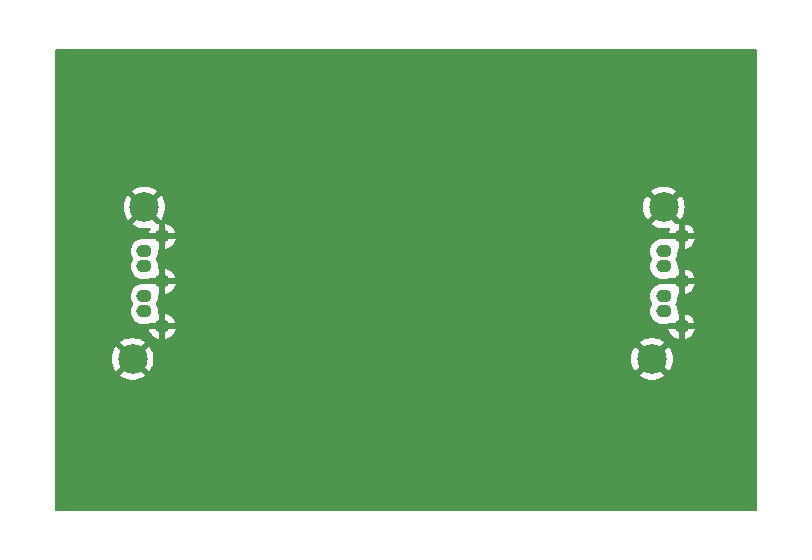
<source format=gbr>
%TF.GenerationSoftware,KiCad,Pcbnew,7.0.7-7.0.7~ubuntu23.04.1*%
%TF.CreationDate,2023-09-11T00:30:10+00:00*%
%TF.ProjectId,BP02,42503032-2e6b-4696-9361-645f70636258,rev?*%
%TF.SameCoordinates,Original*%
%TF.FileFunction,Copper,L1,Top*%
%TF.FilePolarity,Positive*%
%FSLAX46Y46*%
G04 Gerber Fmt 4.6, Leading zero omitted, Abs format (unit mm)*
G04 Created by KiCad (PCBNEW 7.0.7-7.0.7~ubuntu23.04.1) date 2023-09-11 00:30:10*
%MOMM*%
%LPD*%
G01*
G04 APERTURE LIST*
%TA.AperFunction,ComponentPad*%
%ADD10C,6.000000*%
%TD*%
%TA.AperFunction,ComponentPad*%
%ADD11O,1.300000X1.100000*%
%TD*%
%TA.AperFunction,ComponentPad*%
%ADD12C,2.500000*%
%TD*%
G04 APERTURE END LIST*
D10*
%TO.P,M1,1*%
%TO.N,GND*%
X129154000Y-77394000D03*
%TD*%
%TO.P,M3,1*%
%TO.N,GND*%
X179954000Y-107874000D03*
%TD*%
D11*
%TO.P,J1,1,1*%
%TO.N,GND*%
X133923000Y-88924000D03*
%TO.P,J1,2,2*%
%TO.N,3rd_order_in_P*%
X132423000Y-90194000D03*
%TO.P,J1,3,3*%
%TO.N,3rd_order_in_N*%
X132423000Y-91464000D03*
%TO.P,J1,4,4*%
%TO.N,GND*%
X133923000Y-92734000D03*
%TO.P,J1,5,5*%
%TO.N,2rd_order_in_P*%
X132423000Y-94004000D03*
%TO.P,J1,6,6*%
%TO.N,2rd_order_in_N*%
X132423000Y-95274000D03*
%TO.P,J1,7,7*%
%TO.N,GND*%
X133923000Y-96544000D03*
D12*
%TO.P,J1,8,4*%
X131423000Y-99294000D03*
%TO.P,J1,9,7*%
X132423000Y-86464000D03*
%TD*%
D11*
%TO.P,J2,1,1*%
%TO.N,GND*%
X177898000Y-88924000D03*
%TO.P,J2,2,2*%
%TO.N,3rd_order_out_P*%
X176398000Y-90194000D03*
%TO.P,J2,3,3*%
%TO.N,3rd_order_out_N*%
X176398000Y-91464000D03*
%TO.P,J2,4,4*%
%TO.N,GND*%
X177898000Y-92734000D03*
%TO.P,J2,5,5*%
%TO.N,2rd_order_out_P*%
X176398000Y-94004000D03*
%TO.P,J2,6,6*%
%TO.N,2rd_order_out_N*%
X176398000Y-95274000D03*
%TO.P,J2,7,7*%
%TO.N,GND*%
X177898000Y-96544000D03*
D12*
%TO.P,J2,8,4*%
X175398000Y-99294000D03*
%TO.P,J2,9,7*%
X176398000Y-86464000D03*
%TD*%
D10*
%TO.P,M4,1*%
%TO.N,GND*%
X129154000Y-107874000D03*
%TD*%
%TO.P,M2,1*%
%TO.N,GND*%
X179954000Y-77394000D03*
%TD*%
%TA.AperFunction,Conductor*%
%TO.N,GND*%
G36*
X184221621Y-73088502D02*
G01*
X184268114Y-73142158D01*
X184279500Y-73194500D01*
X184279500Y-112073500D01*
X184259498Y-112141621D01*
X184205842Y-112188114D01*
X184153500Y-112199500D01*
X124954500Y-112199500D01*
X124886379Y-112179498D01*
X124839886Y-112125842D01*
X124828500Y-112073500D01*
X124828500Y-99294000D01*
X129660070Y-99294000D01*
X129679760Y-99556754D01*
X129738392Y-99813634D01*
X129738393Y-99813636D01*
X129834651Y-100058900D01*
X129834653Y-100058904D01*
X129966397Y-100287092D01*
X129966400Y-100287097D01*
X130012670Y-100345117D01*
X130012671Y-100345117D01*
X130681440Y-99676347D01*
X130743753Y-99642322D01*
X130814568Y-99647386D01*
X130864849Y-99681889D01*
X130972102Y-99802954D01*
X130972106Y-99802958D01*
X131025847Y-99840053D01*
X131070546Y-99895211D01*
X131078329Y-99965780D01*
X131046724Y-100029354D01*
X131043365Y-100032843D01*
X130371437Y-100704770D01*
X130541532Y-100820739D01*
X130541532Y-100820740D01*
X130778923Y-100935062D01*
X131030704Y-101012728D01*
X131030712Y-101012729D01*
X131291260Y-101052000D01*
X131554740Y-101052000D01*
X131815287Y-101012729D01*
X131815295Y-101012728D01*
X132067076Y-100935062D01*
X132304467Y-100820740D01*
X132474560Y-100704770D01*
X131802633Y-100032844D01*
X131768608Y-99970531D01*
X131773672Y-99899716D01*
X131816219Y-99842880D01*
X131820121Y-99840073D01*
X131873896Y-99802956D01*
X131981152Y-99681887D01*
X132041292Y-99644164D01*
X132112284Y-99644943D01*
X132164558Y-99676347D01*
X132833327Y-100345117D01*
X132879603Y-100287090D01*
X133011346Y-100058904D01*
X133011348Y-100058900D01*
X133107606Y-99813636D01*
X133107607Y-99813634D01*
X133166239Y-99556754D01*
X133185929Y-99294000D01*
X133185929Y-99293999D01*
X173635070Y-99293999D01*
X173654760Y-99556754D01*
X173713392Y-99813634D01*
X173713393Y-99813636D01*
X173809651Y-100058900D01*
X173809653Y-100058904D01*
X173941397Y-100287092D01*
X173941400Y-100287097D01*
X173987670Y-100345117D01*
X173987671Y-100345117D01*
X174656440Y-99676347D01*
X174718753Y-99642322D01*
X174789568Y-99647386D01*
X174839849Y-99681889D01*
X174947102Y-99802954D01*
X174947106Y-99802958D01*
X175000847Y-99840053D01*
X175045546Y-99895211D01*
X175053329Y-99965780D01*
X175021724Y-100029354D01*
X175018365Y-100032843D01*
X174346437Y-100704770D01*
X174516532Y-100820739D01*
X174516532Y-100820740D01*
X174753923Y-100935062D01*
X175005704Y-101012728D01*
X175005712Y-101012729D01*
X175266260Y-101052000D01*
X175529740Y-101052000D01*
X175790287Y-101012729D01*
X175790295Y-101012728D01*
X176042076Y-100935062D01*
X176279467Y-100820740D01*
X176449560Y-100704770D01*
X175777633Y-100032844D01*
X175743608Y-99970531D01*
X175748672Y-99899716D01*
X175791219Y-99842880D01*
X175795121Y-99840073D01*
X175848896Y-99802956D01*
X175956152Y-99681887D01*
X176016292Y-99644164D01*
X176087284Y-99644943D01*
X176139558Y-99676347D01*
X176808327Y-100345117D01*
X176854603Y-100287090D01*
X176986346Y-100058904D01*
X176986348Y-100058900D01*
X177082606Y-99813636D01*
X177082607Y-99813634D01*
X177141239Y-99556754D01*
X177160929Y-99293999D01*
X177141239Y-99031245D01*
X177082607Y-98774365D01*
X177082606Y-98774363D01*
X176986348Y-98529099D01*
X176986346Y-98529095D01*
X176854605Y-98300913D01*
X176854600Y-98300905D01*
X176808328Y-98242881D01*
X176808326Y-98242881D01*
X176139557Y-98911651D01*
X176077245Y-98945677D01*
X176006430Y-98940612D01*
X175956149Y-98906109D01*
X175848897Y-98785045D01*
X175848895Y-98785043D01*
X175795151Y-98747947D01*
X175750451Y-98692789D01*
X175742668Y-98622221D01*
X175774272Y-98558646D01*
X175777632Y-98555155D01*
X176449560Y-97883228D01*
X176279467Y-97767259D01*
X176042076Y-97652937D01*
X175790295Y-97575271D01*
X175790287Y-97575270D01*
X175529740Y-97536000D01*
X175266260Y-97536000D01*
X175005712Y-97575270D01*
X175005704Y-97575271D01*
X174753923Y-97652937D01*
X174516532Y-97767259D01*
X174516525Y-97767263D01*
X174346438Y-97883227D01*
X174346438Y-97883228D01*
X175018366Y-98555155D01*
X175052391Y-98617468D01*
X175047327Y-98688283D01*
X175004780Y-98745119D01*
X175000848Y-98747946D01*
X174947106Y-98785041D01*
X174947102Y-98785045D01*
X174839850Y-98906110D01*
X174779706Y-98943836D01*
X174708714Y-98943056D01*
X174656441Y-98911652D01*
X173987670Y-98242881D01*
X173941400Y-98300904D01*
X173941397Y-98300907D01*
X173809653Y-98529095D01*
X173809651Y-98529099D01*
X173713393Y-98774363D01*
X173713392Y-98774365D01*
X173654760Y-99031245D01*
X173635070Y-99293999D01*
X133185929Y-99293999D01*
X133166239Y-99031245D01*
X133107607Y-98774365D01*
X133107606Y-98774363D01*
X133011348Y-98529099D01*
X133011346Y-98529095D01*
X132879605Y-98300913D01*
X132879600Y-98300905D01*
X132833328Y-98242881D01*
X132833326Y-98242881D01*
X132164557Y-98911651D01*
X132102245Y-98945677D01*
X132031430Y-98940612D01*
X131981149Y-98906109D01*
X131873897Y-98785045D01*
X131873895Y-98785043D01*
X131820151Y-98747947D01*
X131775451Y-98692789D01*
X131767668Y-98622221D01*
X131799272Y-98558646D01*
X131802632Y-98555155D01*
X132474560Y-97883228D01*
X132304467Y-97767259D01*
X132067076Y-97652937D01*
X131815295Y-97575271D01*
X131815287Y-97575270D01*
X131554740Y-97536000D01*
X131291260Y-97536000D01*
X131030712Y-97575270D01*
X131030704Y-97575271D01*
X130778923Y-97652937D01*
X130541532Y-97767259D01*
X130541525Y-97767263D01*
X130371438Y-97883227D01*
X130371438Y-97883228D01*
X131043366Y-98555155D01*
X131077391Y-98617468D01*
X131072327Y-98688283D01*
X131029780Y-98745119D01*
X131025848Y-98747946D01*
X130972106Y-98785041D01*
X130972102Y-98785045D01*
X130864850Y-98906110D01*
X130804706Y-98943836D01*
X130733714Y-98943056D01*
X130681441Y-98911652D01*
X130012670Y-98242881D01*
X129966400Y-98300904D01*
X129966397Y-98300907D01*
X129834653Y-98529095D01*
X129834651Y-98529099D01*
X129738393Y-98774363D01*
X129738392Y-98774365D01*
X129679760Y-99031245D01*
X129660070Y-99294000D01*
X124828500Y-99294000D01*
X124828500Y-86464000D01*
X130660070Y-86464000D01*
X130679760Y-86726754D01*
X130738392Y-86983634D01*
X130738393Y-86983636D01*
X130834651Y-87228900D01*
X130834653Y-87228904D01*
X130966397Y-87457092D01*
X130966400Y-87457097D01*
X131012670Y-87515117D01*
X131012671Y-87515117D01*
X131681440Y-86846347D01*
X131743753Y-86812322D01*
X131814568Y-86817386D01*
X131864849Y-86851889D01*
X131972102Y-86972954D01*
X131972106Y-86972958D01*
X132025847Y-87010053D01*
X132070546Y-87065211D01*
X132078329Y-87135780D01*
X132046724Y-87199354D01*
X132043365Y-87202843D01*
X131371437Y-87874770D01*
X131541532Y-87990739D01*
X131541532Y-87990740D01*
X131778923Y-88105062D01*
X132030704Y-88182728D01*
X132030712Y-88182729D01*
X132291260Y-88222000D01*
X132554740Y-88222000D01*
X132789218Y-88186659D01*
X132859559Y-88196285D01*
X132913530Y-88242412D01*
X132933994Y-88310396D01*
X132919119Y-88370648D01*
X132840806Y-88517161D01*
X132794444Y-88670000D01*
X133438480Y-88670000D01*
X133506601Y-88690002D01*
X133553094Y-88743658D01*
X133563198Y-88813932D01*
X133560622Y-88826940D01*
X133559361Y-88831915D01*
X133549165Y-88954976D01*
X133565902Y-89021068D01*
X133563235Y-89092015D01*
X133522635Y-89150257D01*
X133456992Y-89177303D01*
X133443758Y-89178000D01*
X132838811Y-89178000D01*
X132802237Y-89172575D01*
X132754181Y-89157998D01*
X132730502Y-89150815D01*
X132730499Y-89150814D01*
X132730494Y-89150813D01*
X132730498Y-89150813D01*
X132575013Y-89135500D01*
X132575005Y-89135500D01*
X132270995Y-89135500D01*
X132270986Y-89135500D01*
X132115505Y-89150813D01*
X131915968Y-89211341D01*
X131732082Y-89309631D01*
X131570906Y-89441906D01*
X131438631Y-89603082D01*
X131340341Y-89786968D01*
X131279813Y-89986504D01*
X131259378Y-90193996D01*
X131259378Y-90194003D01*
X131279813Y-90401495D01*
X131279814Y-90401501D01*
X131279815Y-90401502D01*
X131340341Y-90601031D01*
X131430446Y-90769604D01*
X131444918Y-90839108D01*
X131430446Y-90888395D01*
X131340341Y-91056968D01*
X131279813Y-91256504D01*
X131259378Y-91463996D01*
X131259378Y-91464003D01*
X131279813Y-91671495D01*
X131279814Y-91671501D01*
X131279815Y-91671502D01*
X131340341Y-91871031D01*
X131438631Y-92054917D01*
X131570906Y-92216094D01*
X131732083Y-92348369D01*
X131915969Y-92446659D01*
X132115498Y-92507185D01*
X132115503Y-92507185D01*
X132115505Y-92507186D01*
X132229349Y-92518398D01*
X132270995Y-92522500D01*
X132271004Y-92522500D01*
X132574996Y-92522500D01*
X132575005Y-92522500D01*
X132628100Y-92517270D01*
X132730496Y-92507186D01*
X132730497Y-92507185D01*
X132730502Y-92507185D01*
X132778370Y-92492664D01*
X132802237Y-92485425D01*
X132838811Y-92480000D01*
X133438480Y-92480000D01*
X133506601Y-92500002D01*
X133553094Y-92553658D01*
X133563198Y-92623932D01*
X133560622Y-92636940D01*
X133559361Y-92641915D01*
X133549165Y-92764976D01*
X133565902Y-92831068D01*
X133563235Y-92902015D01*
X133522635Y-92960257D01*
X133456992Y-92987303D01*
X133443758Y-92988000D01*
X132838811Y-92988000D01*
X132802237Y-92982575D01*
X132754181Y-92967998D01*
X132730502Y-92960815D01*
X132730499Y-92960814D01*
X132730494Y-92960813D01*
X132730498Y-92960813D01*
X132575013Y-92945500D01*
X132575005Y-92945500D01*
X132270995Y-92945500D01*
X132270986Y-92945500D01*
X132115505Y-92960813D01*
X131915968Y-93021341D01*
X131732082Y-93119631D01*
X131570906Y-93251906D01*
X131438631Y-93413082D01*
X131340341Y-93596968D01*
X131279813Y-93796504D01*
X131259378Y-94003996D01*
X131259378Y-94004003D01*
X131279813Y-94211495D01*
X131340341Y-94411031D01*
X131430446Y-94579604D01*
X131444918Y-94649110D01*
X131430446Y-94698396D01*
X131340341Y-94866968D01*
X131279813Y-95066504D01*
X131259378Y-95273996D01*
X131259378Y-95274003D01*
X131279813Y-95481495D01*
X131279814Y-95481501D01*
X131279815Y-95481502D01*
X131340341Y-95681031D01*
X131438631Y-95864917D01*
X131570906Y-96026094D01*
X131732083Y-96158369D01*
X131915969Y-96256659D01*
X132115498Y-96317185D01*
X132115503Y-96317185D01*
X132115505Y-96317186D01*
X132229349Y-96328398D01*
X132270995Y-96332500D01*
X132271004Y-96332500D01*
X132574996Y-96332500D01*
X132575005Y-96332500D01*
X132628100Y-96327270D01*
X132730496Y-96317186D01*
X132730497Y-96317185D01*
X132730502Y-96317185D01*
X132778370Y-96302664D01*
X132802237Y-96295425D01*
X132838811Y-96290000D01*
X133438480Y-96290000D01*
X133506601Y-96310002D01*
X133553094Y-96363658D01*
X133563198Y-96433932D01*
X133560622Y-96446940D01*
X133559361Y-96451915D01*
X133549165Y-96574976D01*
X133565902Y-96641068D01*
X133563235Y-96712015D01*
X133522635Y-96770257D01*
X133456992Y-96797303D01*
X133443758Y-96798000D01*
X132794444Y-96798000D01*
X132840806Y-96950838D01*
X132939047Y-97134634D01*
X133071261Y-97295738D01*
X133232365Y-97427952D01*
X133416160Y-97526193D01*
X133615596Y-97586691D01*
X133615602Y-97586692D01*
X133668999Y-97591950D01*
X133669000Y-97591950D01*
X133669000Y-97024471D01*
X133689002Y-96956350D01*
X133742658Y-96909857D01*
X133812932Y-96899753D01*
X133835909Y-96905298D01*
X133861258Y-96914000D01*
X133953658Y-96914000D01*
X134030260Y-96901217D01*
X134100743Y-96909733D01*
X134155434Y-96955004D01*
X134176967Y-97022656D01*
X134176999Y-97025498D01*
X134176999Y-97591949D01*
X134177000Y-97591950D01*
X134230397Y-97586692D01*
X134230403Y-97586691D01*
X134429839Y-97526193D01*
X134613634Y-97427952D01*
X134774738Y-97295738D01*
X134906952Y-97134634D01*
X135005193Y-96950838D01*
X135051556Y-96798000D01*
X134407520Y-96798000D01*
X134339399Y-96777998D01*
X134292906Y-96724342D01*
X134282802Y-96654068D01*
X134285378Y-96641060D01*
X134286636Y-96636088D01*
X134286638Y-96636086D01*
X134296835Y-96513023D01*
X134280098Y-96446931D01*
X134282765Y-96375985D01*
X134323365Y-96317743D01*
X134389008Y-96290697D01*
X134402242Y-96290000D01*
X135051555Y-96290000D01*
X135005193Y-96137161D01*
X134906952Y-95953365D01*
X134774738Y-95792261D01*
X134613634Y-95660047D01*
X134429838Y-95561806D01*
X134230396Y-95501307D01*
X134230397Y-95501307D01*
X134177001Y-95496048D01*
X134177000Y-95496049D01*
X134177000Y-96063528D01*
X134156998Y-96131649D01*
X134103342Y-96178142D01*
X134033068Y-96188246D01*
X134010089Y-96182701D01*
X133984743Y-96174000D01*
X133984742Y-96174000D01*
X133892342Y-96174000D01*
X133840200Y-96182701D01*
X133815737Y-96186783D01*
X133745253Y-96178265D01*
X133690563Y-96132993D01*
X133669031Y-96065341D01*
X133668999Y-96062501D01*
X133668999Y-95496049D01*
X133649887Y-95478726D01*
X133646758Y-95478133D01*
X133595235Y-95429287D01*
X133578299Y-95360340D01*
X133578780Y-95353624D01*
X133586622Y-95274002D01*
X133586622Y-95273996D01*
X133566186Y-95066504D01*
X133566185Y-95066502D01*
X133566185Y-95066498D01*
X133505659Y-94866969D01*
X133415553Y-94698395D01*
X133401082Y-94628890D01*
X133415554Y-94579604D01*
X133505659Y-94411031D01*
X133566185Y-94211502D01*
X133586622Y-94004000D01*
X133578779Y-93924371D01*
X133592007Y-93854621D01*
X133640847Y-93803092D01*
X133647469Y-93801464D01*
X133669000Y-93781949D01*
X133669000Y-93214471D01*
X133689002Y-93146350D01*
X133742658Y-93099857D01*
X133812932Y-93089753D01*
X133835909Y-93095298D01*
X133861258Y-93104000D01*
X133953658Y-93104000D01*
X134030260Y-93091217D01*
X134100743Y-93099733D01*
X134155434Y-93145004D01*
X134176967Y-93212656D01*
X134176999Y-93215498D01*
X134176999Y-93781949D01*
X134177000Y-93781950D01*
X134230397Y-93776692D01*
X134230403Y-93776691D01*
X134429839Y-93716193D01*
X134613634Y-93617952D01*
X134774738Y-93485738D01*
X134906952Y-93324634D01*
X135005193Y-93140838D01*
X135051556Y-92988000D01*
X134407520Y-92988000D01*
X134339399Y-92967998D01*
X134292906Y-92914342D01*
X134282802Y-92844068D01*
X134285378Y-92831060D01*
X134286636Y-92826088D01*
X134286638Y-92826086D01*
X134296835Y-92703023D01*
X134280098Y-92636931D01*
X134282765Y-92565985D01*
X134323365Y-92507743D01*
X134389008Y-92480697D01*
X134402242Y-92480000D01*
X135051555Y-92480000D01*
X135005193Y-92327161D01*
X134906952Y-92143365D01*
X134774738Y-91982261D01*
X134613634Y-91850047D01*
X134429838Y-91751806D01*
X134230396Y-91691307D01*
X134230397Y-91691307D01*
X134177001Y-91686048D01*
X134177000Y-91686049D01*
X134177000Y-92253528D01*
X134156998Y-92321649D01*
X134103342Y-92368142D01*
X134033068Y-92378246D01*
X134010089Y-92372701D01*
X133984743Y-92364000D01*
X133984742Y-92364000D01*
X133892342Y-92364000D01*
X133840200Y-92372701D01*
X133815737Y-92376783D01*
X133745253Y-92368265D01*
X133690563Y-92322993D01*
X133669031Y-92255341D01*
X133668999Y-92252501D01*
X133668999Y-91686049D01*
X133649887Y-91668726D01*
X133646758Y-91668133D01*
X133595235Y-91619287D01*
X133578299Y-91550340D01*
X133578780Y-91543624D01*
X133586622Y-91464002D01*
X133586622Y-91463996D01*
X133566186Y-91256504D01*
X133566185Y-91256502D01*
X133566185Y-91256498D01*
X133505659Y-91056969D01*
X133415553Y-90888395D01*
X133401082Y-90818890D01*
X133415554Y-90769604D01*
X133415555Y-90769602D01*
X133505659Y-90601031D01*
X133566185Y-90401502D01*
X133586622Y-90194000D01*
X133578779Y-90114371D01*
X133592007Y-90044621D01*
X133640847Y-89993092D01*
X133647469Y-89991464D01*
X133669000Y-89971950D01*
X133669000Y-89404471D01*
X133689002Y-89336350D01*
X133742658Y-89289857D01*
X133812932Y-89279753D01*
X133835909Y-89285298D01*
X133861258Y-89294000D01*
X133953658Y-89294000D01*
X134030260Y-89281217D01*
X134100743Y-89289733D01*
X134155434Y-89335004D01*
X134176967Y-89402656D01*
X134176999Y-89405498D01*
X134176999Y-89971949D01*
X134177000Y-89971950D01*
X134230397Y-89966692D01*
X134230403Y-89966691D01*
X134429839Y-89906193D01*
X134613634Y-89807952D01*
X134774738Y-89675738D01*
X134906952Y-89514634D01*
X135005193Y-89330838D01*
X135051556Y-89178000D01*
X134407520Y-89178000D01*
X134339399Y-89157998D01*
X134292906Y-89104342D01*
X134282802Y-89034068D01*
X134285378Y-89021060D01*
X134286636Y-89016088D01*
X134286638Y-89016086D01*
X134296835Y-88893023D01*
X134280098Y-88826931D01*
X134282765Y-88755985D01*
X134323365Y-88697743D01*
X134389008Y-88670697D01*
X134402242Y-88670000D01*
X135051555Y-88670000D01*
X135005193Y-88517161D01*
X134906952Y-88333365D01*
X134774738Y-88172261D01*
X134613634Y-88040047D01*
X134429838Y-87941806D01*
X134230396Y-87881307D01*
X134230397Y-87881307D01*
X134177001Y-87876048D01*
X134177000Y-87876049D01*
X134177000Y-88443528D01*
X134156998Y-88511649D01*
X134103342Y-88558142D01*
X134033068Y-88568246D01*
X134010089Y-88562701D01*
X133984743Y-88554000D01*
X133984742Y-88554000D01*
X133892342Y-88554000D01*
X133840200Y-88562701D01*
X133815737Y-88566783D01*
X133745253Y-88558265D01*
X133690563Y-88512993D01*
X133669031Y-88445341D01*
X133668999Y-88442501D01*
X133668999Y-87876048D01*
X133615594Y-87881308D01*
X133584668Y-87890689D01*
X133513674Y-87891321D01*
X133459000Y-87859210D01*
X132802633Y-87202844D01*
X132768608Y-87140531D01*
X132773672Y-87069716D01*
X132816219Y-87012880D01*
X132820121Y-87010073D01*
X132873896Y-86972956D01*
X132981152Y-86851887D01*
X133041292Y-86814164D01*
X133112284Y-86814943D01*
X133164558Y-86846347D01*
X133833327Y-87515117D01*
X133879603Y-87457090D01*
X134011346Y-87228904D01*
X134011348Y-87228900D01*
X134107606Y-86983636D01*
X134107607Y-86983634D01*
X134166239Y-86726754D01*
X134185929Y-86464000D01*
X174635070Y-86464000D01*
X174654760Y-86726754D01*
X174713392Y-86983634D01*
X174713393Y-86983636D01*
X174809651Y-87228900D01*
X174809653Y-87228904D01*
X174941397Y-87457092D01*
X174941400Y-87457097D01*
X174987670Y-87515117D01*
X174987671Y-87515117D01*
X175656440Y-86846347D01*
X175718753Y-86812322D01*
X175789568Y-86817386D01*
X175839849Y-86851889D01*
X175947102Y-86972954D01*
X175947106Y-86972958D01*
X176000847Y-87010053D01*
X176045546Y-87065211D01*
X176053329Y-87135780D01*
X176021724Y-87199354D01*
X176018365Y-87202843D01*
X175346437Y-87874770D01*
X175516532Y-87990739D01*
X175516532Y-87990740D01*
X175753923Y-88105062D01*
X176005704Y-88182728D01*
X176005712Y-88182729D01*
X176266260Y-88222000D01*
X176529740Y-88222000D01*
X176764218Y-88186659D01*
X176834559Y-88196285D01*
X176888530Y-88242412D01*
X176908994Y-88310396D01*
X176894119Y-88370648D01*
X176815806Y-88517161D01*
X176769444Y-88670000D01*
X177413480Y-88670000D01*
X177481601Y-88690002D01*
X177528094Y-88743658D01*
X177538198Y-88813932D01*
X177535622Y-88826940D01*
X177534361Y-88831915D01*
X177524165Y-88954976D01*
X177540902Y-89021068D01*
X177538235Y-89092015D01*
X177497635Y-89150257D01*
X177431992Y-89177303D01*
X177418758Y-89178000D01*
X176813811Y-89178000D01*
X176777237Y-89172575D01*
X176729181Y-89157998D01*
X176705502Y-89150815D01*
X176705499Y-89150814D01*
X176705494Y-89150813D01*
X176705498Y-89150813D01*
X176550013Y-89135500D01*
X176550005Y-89135500D01*
X176245995Y-89135500D01*
X176245986Y-89135500D01*
X176090505Y-89150813D01*
X175890968Y-89211341D01*
X175707082Y-89309631D01*
X175545906Y-89441906D01*
X175413631Y-89603082D01*
X175315341Y-89786968D01*
X175254813Y-89986504D01*
X175234378Y-90193996D01*
X175234378Y-90194003D01*
X175254813Y-90401495D01*
X175315341Y-90601031D01*
X175405446Y-90769604D01*
X175419918Y-90839110D01*
X175405446Y-90888396D01*
X175315341Y-91056968D01*
X175254813Y-91256504D01*
X175234378Y-91463996D01*
X175234378Y-91464003D01*
X175254813Y-91671495D01*
X175254814Y-91671501D01*
X175254815Y-91671502D01*
X175315341Y-91871031D01*
X175413631Y-92054917D01*
X175545906Y-92216094D01*
X175707083Y-92348369D01*
X175890969Y-92446659D01*
X176090498Y-92507185D01*
X176090503Y-92507185D01*
X176090505Y-92507186D01*
X176204349Y-92518398D01*
X176245995Y-92522500D01*
X176246004Y-92522500D01*
X176549996Y-92522500D01*
X176550005Y-92522500D01*
X176603100Y-92517270D01*
X176705496Y-92507186D01*
X176705497Y-92507185D01*
X176705502Y-92507185D01*
X176753370Y-92492664D01*
X176777237Y-92485425D01*
X176813811Y-92480000D01*
X177413480Y-92480000D01*
X177481601Y-92500002D01*
X177528094Y-92553658D01*
X177538198Y-92623932D01*
X177535622Y-92636940D01*
X177534361Y-92641915D01*
X177524165Y-92764976D01*
X177540902Y-92831068D01*
X177538235Y-92902015D01*
X177497635Y-92960257D01*
X177431992Y-92987303D01*
X177418758Y-92988000D01*
X176813811Y-92988000D01*
X176777237Y-92982575D01*
X176729181Y-92967998D01*
X176705502Y-92960815D01*
X176705499Y-92960814D01*
X176705494Y-92960813D01*
X176705498Y-92960813D01*
X176550013Y-92945500D01*
X176550005Y-92945500D01*
X176245995Y-92945500D01*
X176245986Y-92945500D01*
X176090505Y-92960813D01*
X175890968Y-93021341D01*
X175707082Y-93119631D01*
X175545906Y-93251906D01*
X175413631Y-93413082D01*
X175315341Y-93596968D01*
X175254813Y-93796504D01*
X175234378Y-94003996D01*
X175234378Y-94004003D01*
X175254813Y-94211495D01*
X175315341Y-94411031D01*
X175405446Y-94579604D01*
X175419918Y-94649110D01*
X175405446Y-94698396D01*
X175315341Y-94866968D01*
X175254813Y-95066504D01*
X175234378Y-95273996D01*
X175234378Y-95274003D01*
X175254813Y-95481495D01*
X175254814Y-95481501D01*
X175254815Y-95481502D01*
X175315341Y-95681031D01*
X175413631Y-95864917D01*
X175545906Y-96026094D01*
X175707083Y-96158369D01*
X175890969Y-96256659D01*
X176090498Y-96317185D01*
X176090503Y-96317185D01*
X176090505Y-96317186D01*
X176204349Y-96328398D01*
X176245995Y-96332500D01*
X176246004Y-96332500D01*
X176549996Y-96332500D01*
X176550005Y-96332500D01*
X176603100Y-96327270D01*
X176705496Y-96317186D01*
X176705497Y-96317185D01*
X176705502Y-96317185D01*
X176753370Y-96302664D01*
X176777237Y-96295425D01*
X176813811Y-96290000D01*
X177413480Y-96290000D01*
X177481601Y-96310002D01*
X177528094Y-96363658D01*
X177538198Y-96433932D01*
X177535622Y-96446940D01*
X177534361Y-96451915D01*
X177524165Y-96574976D01*
X177540902Y-96641068D01*
X177538235Y-96712015D01*
X177497635Y-96770257D01*
X177431992Y-96797303D01*
X177418758Y-96798000D01*
X176769444Y-96798000D01*
X176815806Y-96950838D01*
X176914047Y-97134634D01*
X177046261Y-97295738D01*
X177207365Y-97427952D01*
X177391160Y-97526193D01*
X177590596Y-97586691D01*
X177590602Y-97586692D01*
X177643999Y-97591950D01*
X177643999Y-97024471D01*
X177664001Y-96956350D01*
X177717657Y-96909857D01*
X177787930Y-96899753D01*
X177810904Y-96905296D01*
X177836258Y-96914000D01*
X177836259Y-96914000D01*
X177928659Y-96914000D01*
X177955393Y-96909538D01*
X178005261Y-96901217D01*
X178075744Y-96909733D01*
X178130435Y-96955004D01*
X178151968Y-97022657D01*
X178152000Y-97025498D01*
X178152000Y-97591950D01*
X178205397Y-97586692D01*
X178205403Y-97586691D01*
X178404839Y-97526193D01*
X178588634Y-97427952D01*
X178749738Y-97295738D01*
X178881952Y-97134634D01*
X178980193Y-96950838D01*
X179026556Y-96798000D01*
X178382520Y-96798000D01*
X178314399Y-96777998D01*
X178267906Y-96724342D01*
X178257802Y-96654068D01*
X178260378Y-96641060D01*
X178261636Y-96636088D01*
X178261638Y-96636086D01*
X178271835Y-96513023D01*
X178255098Y-96446931D01*
X178257765Y-96375985D01*
X178298365Y-96317743D01*
X178364008Y-96290697D01*
X178377242Y-96290000D01*
X179026555Y-96290000D01*
X178980193Y-96137161D01*
X178881952Y-95953365D01*
X178749738Y-95792261D01*
X178588634Y-95660047D01*
X178404838Y-95561806D01*
X178205396Y-95501307D01*
X178205397Y-95501307D01*
X178152001Y-95496048D01*
X178152000Y-95496049D01*
X178152000Y-96063528D01*
X178131998Y-96131649D01*
X178078342Y-96178142D01*
X178008068Y-96188246D01*
X177985089Y-96182701D01*
X177959743Y-96174000D01*
X177959742Y-96174000D01*
X177867342Y-96174000D01*
X177790738Y-96186783D01*
X177720254Y-96178265D01*
X177665564Y-96132994D01*
X177644032Y-96065341D01*
X177644000Y-96062501D01*
X177644000Y-95496049D01*
X177624887Y-95478726D01*
X177621758Y-95478133D01*
X177570235Y-95429287D01*
X177553299Y-95360340D01*
X177553780Y-95353624D01*
X177561622Y-95274002D01*
X177561622Y-95273996D01*
X177541186Y-95066504D01*
X177541185Y-95066502D01*
X177541185Y-95066498D01*
X177480659Y-94866969D01*
X177390553Y-94698395D01*
X177376082Y-94628890D01*
X177390554Y-94579604D01*
X177480659Y-94411031D01*
X177541185Y-94211502D01*
X177561622Y-94004000D01*
X177553779Y-93924371D01*
X177567007Y-93854621D01*
X177615847Y-93803092D01*
X177622469Y-93801464D01*
X177643999Y-93781950D01*
X177643999Y-93214471D01*
X177664001Y-93146350D01*
X177717657Y-93099857D01*
X177787930Y-93089753D01*
X177810904Y-93095296D01*
X177836258Y-93104000D01*
X177836259Y-93104000D01*
X177928659Y-93104000D01*
X177955393Y-93099538D01*
X178005261Y-93091217D01*
X178075744Y-93099733D01*
X178130435Y-93145004D01*
X178151968Y-93212657D01*
X178152000Y-93215498D01*
X178152000Y-93781950D01*
X178205397Y-93776692D01*
X178205403Y-93776691D01*
X178404839Y-93716193D01*
X178588634Y-93617952D01*
X178749738Y-93485738D01*
X178881952Y-93324634D01*
X178980193Y-93140838D01*
X179026556Y-92988000D01*
X178382520Y-92988000D01*
X178314399Y-92967998D01*
X178267906Y-92914342D01*
X178257802Y-92844068D01*
X178260378Y-92831060D01*
X178261636Y-92826088D01*
X178261638Y-92826086D01*
X178271835Y-92703023D01*
X178255098Y-92636931D01*
X178257765Y-92565985D01*
X178298365Y-92507743D01*
X178364008Y-92480697D01*
X178377242Y-92480000D01*
X179026555Y-92480000D01*
X178980193Y-92327161D01*
X178881952Y-92143365D01*
X178749738Y-91982261D01*
X178588634Y-91850047D01*
X178404838Y-91751806D01*
X178205396Y-91691307D01*
X178205397Y-91691307D01*
X178152001Y-91686048D01*
X178152000Y-91686049D01*
X178152000Y-92253528D01*
X178131998Y-92321649D01*
X178078342Y-92368142D01*
X178008068Y-92378246D01*
X177985089Y-92372701D01*
X177959743Y-92364000D01*
X177959742Y-92364000D01*
X177867342Y-92364000D01*
X177790738Y-92376783D01*
X177720254Y-92368265D01*
X177665564Y-92322994D01*
X177644032Y-92255341D01*
X177644000Y-92252501D01*
X177644000Y-91686049D01*
X177624887Y-91668726D01*
X177621758Y-91668133D01*
X177570235Y-91619287D01*
X177553299Y-91550340D01*
X177553780Y-91543624D01*
X177561622Y-91464002D01*
X177561622Y-91463996D01*
X177541186Y-91256504D01*
X177541185Y-91256502D01*
X177541185Y-91256498D01*
X177480659Y-91056969D01*
X177436843Y-90974996D01*
X177390554Y-90888395D01*
X177376082Y-90818889D01*
X177390552Y-90769606D01*
X177480659Y-90601031D01*
X177541185Y-90401502D01*
X177561622Y-90194000D01*
X177553779Y-90114371D01*
X177567007Y-90044621D01*
X177615847Y-89993092D01*
X177622469Y-89991464D01*
X177643999Y-89971950D01*
X177643999Y-89404471D01*
X177664001Y-89336350D01*
X177717657Y-89289857D01*
X177787930Y-89279753D01*
X177810904Y-89285296D01*
X177836258Y-89294000D01*
X177836259Y-89294000D01*
X177928659Y-89294000D01*
X177955393Y-89289538D01*
X178005261Y-89281217D01*
X178075744Y-89289733D01*
X178130435Y-89335004D01*
X178151968Y-89402657D01*
X178152000Y-89405498D01*
X178152000Y-89971950D01*
X178205397Y-89966692D01*
X178205403Y-89966691D01*
X178404839Y-89906193D01*
X178588634Y-89807952D01*
X178749738Y-89675738D01*
X178881952Y-89514634D01*
X178980193Y-89330838D01*
X179026556Y-89178000D01*
X178382520Y-89178000D01*
X178314399Y-89157998D01*
X178267906Y-89104342D01*
X178257802Y-89034068D01*
X178260378Y-89021060D01*
X178261636Y-89016088D01*
X178261638Y-89016086D01*
X178271835Y-88893023D01*
X178255098Y-88826931D01*
X178257765Y-88755985D01*
X178298365Y-88697743D01*
X178364008Y-88670697D01*
X178377242Y-88670000D01*
X179026555Y-88670000D01*
X178980193Y-88517161D01*
X178881952Y-88333365D01*
X178749738Y-88172261D01*
X178588634Y-88040047D01*
X178404838Y-87941806D01*
X178205396Y-87881307D01*
X178205397Y-87881307D01*
X178152001Y-87876048D01*
X178152000Y-87876049D01*
X178152000Y-88443528D01*
X178131998Y-88511649D01*
X178078342Y-88558142D01*
X178008068Y-88568246D01*
X177985089Y-88562701D01*
X177959743Y-88554000D01*
X177959742Y-88554000D01*
X177867342Y-88554000D01*
X177790738Y-88566783D01*
X177720254Y-88558265D01*
X177665564Y-88512994D01*
X177644032Y-88445341D01*
X177644000Y-88442501D01*
X177644000Y-87876049D01*
X177643999Y-87876048D01*
X177590594Y-87881308D01*
X177559668Y-87890689D01*
X177488674Y-87891321D01*
X177434000Y-87859210D01*
X176777633Y-87202844D01*
X176743608Y-87140531D01*
X176748672Y-87069716D01*
X176791219Y-87012880D01*
X176795121Y-87010073D01*
X176848896Y-86972956D01*
X176956152Y-86851887D01*
X177016292Y-86814164D01*
X177087284Y-86814943D01*
X177139558Y-86846347D01*
X177808327Y-87515117D01*
X177854603Y-87457090D01*
X177986346Y-87228904D01*
X177986348Y-87228900D01*
X178082606Y-86983636D01*
X178082607Y-86983634D01*
X178141239Y-86726754D01*
X178160929Y-86464000D01*
X178141239Y-86201245D01*
X178082607Y-85944365D01*
X178082606Y-85944363D01*
X177986348Y-85699099D01*
X177986346Y-85699095D01*
X177854605Y-85470913D01*
X177854600Y-85470905D01*
X177808328Y-85412881D01*
X177808326Y-85412881D01*
X177139557Y-86081651D01*
X177077245Y-86115677D01*
X177006430Y-86110612D01*
X176956149Y-86076109D01*
X176848897Y-85955045D01*
X176848895Y-85955043D01*
X176795151Y-85917947D01*
X176750451Y-85862789D01*
X176742668Y-85792221D01*
X176774272Y-85728646D01*
X176777632Y-85725155D01*
X177449560Y-85053228D01*
X177279467Y-84937259D01*
X177042076Y-84822937D01*
X176790295Y-84745271D01*
X176790287Y-84745270D01*
X176529740Y-84706000D01*
X176266260Y-84706000D01*
X176005712Y-84745270D01*
X176005704Y-84745271D01*
X175753923Y-84822937D01*
X175516532Y-84937259D01*
X175516525Y-84937263D01*
X175346438Y-85053227D01*
X175346438Y-85053228D01*
X176018366Y-85725155D01*
X176052391Y-85787468D01*
X176047327Y-85858283D01*
X176004780Y-85915119D01*
X176000848Y-85917946D01*
X175947106Y-85955041D01*
X175947102Y-85955045D01*
X175839850Y-86076110D01*
X175779706Y-86113836D01*
X175708714Y-86113056D01*
X175656441Y-86081652D01*
X174987670Y-85412881D01*
X174941400Y-85470904D01*
X174941397Y-85470907D01*
X174809653Y-85699095D01*
X174809651Y-85699099D01*
X174713393Y-85944363D01*
X174713392Y-85944365D01*
X174654760Y-86201245D01*
X174635070Y-86464000D01*
X134185929Y-86464000D01*
X134166239Y-86201245D01*
X134107607Y-85944365D01*
X134107606Y-85944363D01*
X134011348Y-85699099D01*
X134011346Y-85699095D01*
X133879605Y-85470913D01*
X133879600Y-85470905D01*
X133833328Y-85412881D01*
X133833326Y-85412881D01*
X133164557Y-86081651D01*
X133102245Y-86115677D01*
X133031430Y-86110612D01*
X132981149Y-86076109D01*
X132873897Y-85955045D01*
X132873895Y-85955043D01*
X132820151Y-85917947D01*
X132775451Y-85862789D01*
X132767668Y-85792221D01*
X132799272Y-85728646D01*
X132802632Y-85725155D01*
X133474560Y-85053228D01*
X133304467Y-84937259D01*
X133067076Y-84822937D01*
X132815295Y-84745271D01*
X132815287Y-84745270D01*
X132554740Y-84706000D01*
X132291260Y-84706000D01*
X132030712Y-84745270D01*
X132030704Y-84745271D01*
X131778923Y-84822937D01*
X131541532Y-84937259D01*
X131541525Y-84937263D01*
X131371438Y-85053227D01*
X131371438Y-85053228D01*
X132043366Y-85725155D01*
X132077391Y-85787468D01*
X132072327Y-85858283D01*
X132029780Y-85915119D01*
X132025848Y-85917946D01*
X131972106Y-85955041D01*
X131972102Y-85955045D01*
X131864850Y-86076110D01*
X131804706Y-86113836D01*
X131733714Y-86113056D01*
X131681441Y-86081652D01*
X131012670Y-85412881D01*
X130966400Y-85470904D01*
X130966397Y-85470907D01*
X130834653Y-85699095D01*
X130834651Y-85699099D01*
X130738393Y-85944363D01*
X130738392Y-85944365D01*
X130679760Y-86201245D01*
X130660070Y-86464000D01*
X124828500Y-86464000D01*
X124828500Y-73194500D01*
X124848502Y-73126379D01*
X124902158Y-73079886D01*
X124954500Y-73068500D01*
X184153500Y-73068500D01*
X184221621Y-73088502D01*
G37*
%TD.AperFunction*%
%TD*%
M02*

</source>
